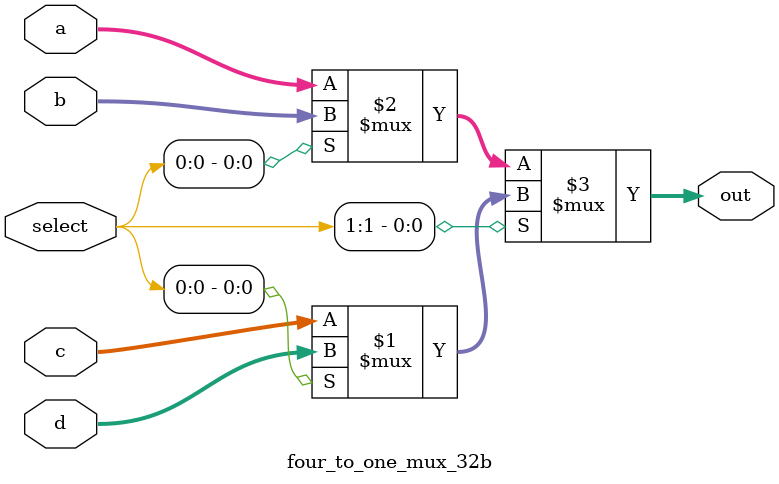
<source format=v>
module four_to_one_mux_32b (
    output [3:0] out,
    input [3:0] a,
    input [3:0] b,
    input [3:0] c,
    input [3:0] d,
    input [1:0] select
);

    assign out = select[1] ? (select[0] ? d : c) : (select[0] ? b : a);

endmodule
</source>
